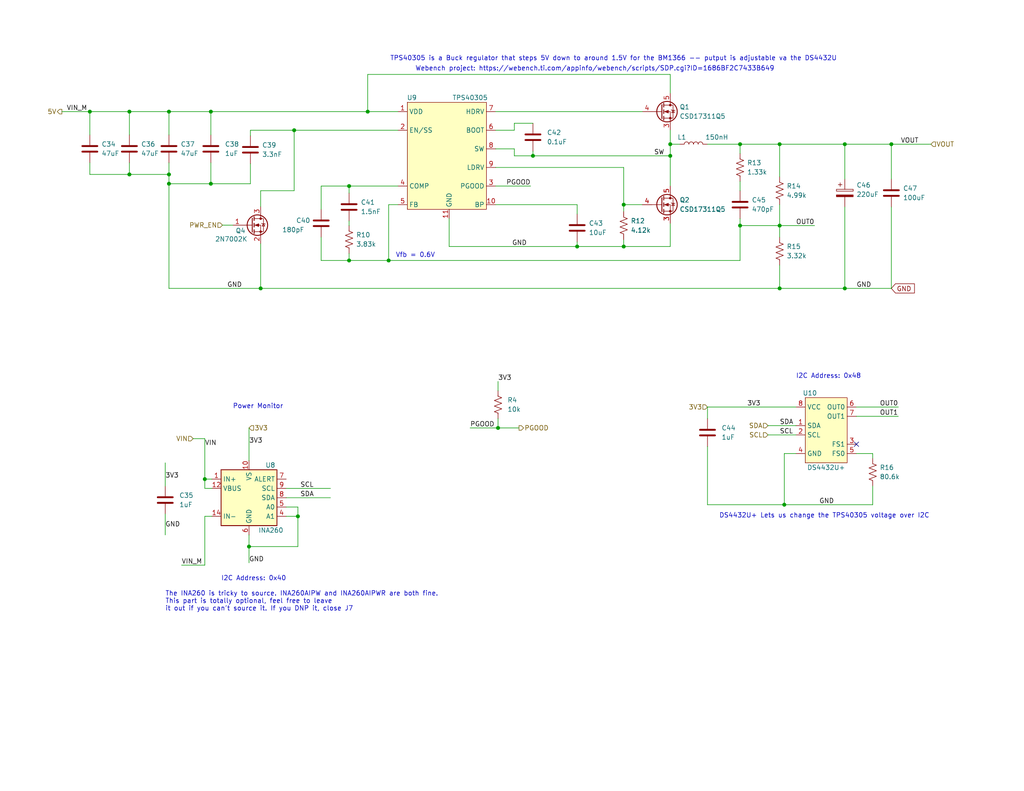
<source format=kicad_sch>
(kicad_sch (version 20231120) (generator "eeschema") (generator_version "8.0")
  (paper "A")
  (title_block (title "Bitaxe Ultra") (date "2024-06-19") (rev "206"))
  (lib_symbols
    (symbol "Device:C" (pin_numbers hide) (pin_names (offset 0.254))
      (property "Reference" "C" (at 0.635 2.54 0))
      (property "Value" "C" (at 0.635 -2.54 0))
      (symbol "C_0_1"
        (polyline (pts (xy -2.032 -0.762) (xy 2.032 -0.762)) (stroke (width 0.508)))
        (polyline (pts (xy -2.032 0.762) (xy 2.032 0.762)) (stroke (width 0.508)))
      )
      (symbol "C_1_1"
        (pin passive line (at 0 3.81 270) (length 2.794) (name "~") (number "1"))
        (pin passive line (at 0 -3.81 90) (length 2.794) (name "~") (number "2"))
      )
    )
    (symbol "Device:C_Polarized" (pin_numbers hide) (pin_names (offset 0.254))
      (property "Reference" "C" (at 0.635 2.54 0))
      (property "Value" "C_Polarized" (at 0.635 -2.54 0))
      (symbol "C_Polarized_0_1"
        (rectangle (start -2.286 0.508) (end 2.286 1.016))
        (polyline (pts (xy -1.778 2.286) (xy -0.762 2.286)))
        (polyline (pts (xy -1.27 2.794) (xy -1.27 1.778)))
        (rectangle (start 2.286 -0.508) (end -2.286 -1.016) (fill (type outline)))
      )
      (symbol "C_Polarized_1_1"
        (pin passive line (at 0 3.81 270) (length 2.794) (name "~") (number "1"))
        (pin passive line (at 0 -3.81 90) (length 2.794) (name "~") (number "2"))
      )
    )
    (symbol "Device:L" (pin_numbers hide) (pin_names (offset 1.016) hide)
      (property "Reference" "L" (at -1.27 0 90))
      (property "Value" "L" (at 1.905 0 90))
      (symbol "L_0_1"
        (arc (start 0 -2.54) (mid 0.6323 -1.905) (end 0 -1.27))
        (arc (start 0 -1.27) (mid 0.6323 -0.635) (end 0 0))
        (arc (start 0 0) (mid 0.6323 0.635) (end 0 1.27))
        (arc (start 0 1.27) (mid 0.6323 1.905) (end 0 2.54))
      )
      (symbol "L_1_1"
        (pin passive line (at 0 3.81 270) (length 1.27) (name "1") (number "1"))
        (pin passive line (at 0 -3.81 90) (length 1.27) (name "2") (number "2"))
      )
    )
    (symbol "Device:R_US" (pin_numbers hide) (pin_names (offset 0))
      (property "Reference" "R" (at 2.54 0 90))
      (property "Value" "R_US" (at -2.54 0 90))
      (symbol "R_US_0_1"
        (polyline (pts (xy 0 -2.286) (xy 0 -2.54)))
        (polyline (pts (xy 0 2.286) (xy 0 2.54)))
        (polyline (pts (xy 0 -0.762) (xy 1.016 -1.143) (xy 0 -1.524) (xy -1.016 -1.905) (xy 0 -2.286)))
        (polyline (pts (xy 0 0.762) (xy 1.016 0.381) (xy 0 0) (xy -1.016 -0.381) (xy 0 -0.762)))
        (polyline (pts (xy 0 2.286) (xy 1.016 1.905) (xy 0 1.524) (xy -1.016 1.143) (xy 0 0.762)))
      )
      (symbol "R_US_1_1"
        (pin passive line (at 0 3.81 270) (length 1.27) (name "~") (number "1"))
        (pin passive line (at 0 -3.81 90) (length 1.27) (name "~") (number "2"))
      )
    )
    (symbol "Sensor:INA260"
      (property "Reference" "U" (at -6.35 8.89 0))
      (property "Value" "INA260" (at 2.54 8.89 0))
      (symbol "INA260_0_1"
        (rectangle (start -7.62 7.62) (end 7.62 -7.62) (stroke (width 0.254)) (fill (type background)))
      )
      (symbol "INA260_1_1"
        (pin passive line (at -10.16 5.08 0) (length 2.54) (name "IN+") (number "1"))
        (pin power_in line (at 0 10.16 270) (length 2.54) (name "VS") (number "10"))
        (pin passive line (at 0 -10.16 90) (length 2.54) hide (name "GND") (number "11"))
        (pin passive line (at -10.16 2.54 0) (length 2.54) (name "VBUS") (number "12"))
        (pin no_connect line (at 2.54 -7.62 90) (length 2.54) hide (name "NC") (number "13"))
        (pin passive line (at -10.16 -5.08 0) (length 2.54) (name "IN-") (number "14"))
        (pin passive line (at -10.16 -5.08 0) (length 2.54) hide (name "IN-") (number "15"))
        (pin passive line (at -10.16 -5.08 0) (length 2.54) hide (name "IN-") (number "16"))
        (pin passive line (at -10.16 5.08 0) (length 2.54) hide (name "IN+") (number "2"))
        (pin passive line (at -10.16 5.08 0) (length 2.54) hide (name "IN+") (number "3"))
        (pin input line (at 10.16 -5.08 180) (length 2.54) (name "A1") (number "4"))
        (pin input line (at 10.16 -2.54 180) (length 2.54) (name "A0") (number "5"))
        (pin power_in line (at 0 -10.16 90) (length 2.54) (name "GND") (number "6"))
        (pin open_collector line (at 10.16 5.08 180) (length 2.54) (name "ALERT") (number "7"))
        (pin bidirectional line (at 10.16 0 180) (length 2.54) (name "SDA") (number "8"))
        (pin input line (at 10.16 2.54 180) (length 2.54) (name "SCL") (number "9"))
      )
    )
    (symbol "Transistor_FET:2N7002K" (pin_names hide)
      (property "Reference" "Q" (at 5.08 1.905 0))
      (property "Value" "2N7002K" (at 5.08 0 0))
      (symbol "2N7002K_0_1"
        (polyline (pts (xy 0.254 0) (xy -2.54 0)))
        (polyline (pts (xy 0.254 1.905) (xy 0.254 -1.905)) (stroke (width 0.254)))
        (polyline (pts (xy 0.762 -1.27) (xy 0.762 -2.286)) (stroke (width 0.254)))
        (polyline (pts (xy 0.762 0.508) (xy 0.762 -0.508)) (stroke (width 0.254)))
        (polyline (pts (xy 0.762 2.286) (xy 0.762 1.27)) (stroke (width 0.254)))
        (polyline (pts (xy 2.54 2.54) (xy 2.54 1.778)))
        (polyline (pts (xy 2.54 -2.54) (xy 2.54 0) (xy 0.762 0)))
        (polyline (pts (xy 0.762 -1.778) (xy 3.302 -1.778) (xy 3.302 1.778) (xy 0.762 1.778)))
        (polyline (pts (xy 1.016 0) (xy 2.032 0.381) (xy 2.032 -0.381) (xy 1.016 0)) (fill (type outline)))
        (polyline (pts (xy 2.794 0.508) (xy 2.921 0.381) (xy 3.683 0.381) (xy 3.81 0.254)))
        (polyline (pts (xy 3.302 0.381) (xy 2.921 -0.254) (xy 3.683 -0.254) (xy 3.302 0.381)))
        (circle (center 1.651 0) (radius 2.794) (stroke (width 0.254)))
        (circle (center 2.54 -1.778) (radius 0.254) (fill (type outline)))
        (circle (center 2.54 1.778) (radius 0.254) (fill (type outline)))
      )
      (symbol "2N7002K_1_1"
        (pin input line (at -5.08 0 0) (length 2.54) (name "G") (number "1"))
        (pin passive line (at 2.54 -5.08 90) (length 2.54) (name "S") (number "2"))
        (pin passive line (at 2.54 5.08 270) (length 2.54) (name "D") (number "3"))
      )
    )
    (symbol "bitaxe:DS4432U+"
      (property "Reference" "U10" (at -5.08 10.16 0))
      (property "Value" "DS4432U+" (at -0.635 -10.16 0))
      (symbol "DS4432U+_0_1"
        (rectangle (start -6.35 8.89) (end 5.08 -8.89) (stroke (width 0.1524)) (fill (type background)))
      )
      (symbol "DS4432U+_1_1"
        (pin input line (at -8.89 1.27 0) (length 2.54) (name "SDA") (number "1"))
        (pin input line (at -8.89 -1.27 0) (length 2.54) (name "SCL") (number "2"))
        (pin input line (at 7.62 -3.81 180) (length 2.54) (name "FS1") (number "3"))
        (pin power_in line (at -8.89 -6.35 0) (length 2.54) (name "GND") (number "4"))
        (pin input line (at 7.62 -6.35 180) (length 2.54) (name "FS0") (number "5"))
        (pin output line (at 7.62 6.35 180) (length 2.54) (name "OUT0") (number "6"))
        (pin output line (at 7.62 3.81 180) (length 2.54) (name "OUT1") (number "7"))
        (pin power_in line (at -8.89 6.35 0) (length 2.54) (name "VCC") (number "8"))
      )
    )
    (symbol "bitaxe:Q_NMOS_CSD17311Q5_1" (pin_names (offset 0) hide)
      (property "Reference" "Q1" (at 5.08 1.27 0))
      (property "Value" "CSD17311Q5" (at 5.08 -1.27 0))
      (symbol "Q_NMOS_CSD17311Q5_1_0_1"
        (polyline (pts (xy 0.254 0) (xy -2.54 0)))
        (polyline (pts (xy 0.254 1.905) (xy 0.254 -1.905)) (stroke (width 0.254)))
        (polyline (pts (xy 0.762 -1.27) (xy 0.762 -2.286)) (stroke (width 0.254)))
        (polyline (pts (xy 0.762 0.508) (xy 0.762 -0.508)) (stroke (width 0.254)))
        (polyline (pts (xy 0.762 2.286) (xy 0.762 1.27)) (stroke (width 0.254)))
        (polyline (pts (xy 2.54 2.54) (xy 2.54 1.778)))
        (polyline (pts (xy 2.54 -2.54) (xy 2.54 0) (xy 0.762 0)))
        (polyline (pts (xy 0.762 -1.778) (xy 3.302 -1.778) (xy 3.302 1.778) (xy 0.762 1.778)))
        (polyline (pts (xy 1.016 0) (xy 2.032 0.381) (xy 2.032 -0.381) (xy 1.016 0)) (fill (type outline)))
        (polyline (pts (xy 2.794 0.508) (xy 2.921 0.381) (xy 3.683 0.381) (xy 3.81 0.254)))
        (polyline (pts (xy 3.302 0.381) (xy 2.921 -0.254) (xy 3.683 -0.254) (xy 3.302 0.381)))
        (circle (center 1.651 0) (radius 2.794) (stroke (width 0.254)))
        (circle (center 2.54 -1.778) (radius 0.254) (fill (type outline)))
        (circle (center 2.54 1.778) (radius 0.254) (fill (type outline)))
      )
      (symbol "Q_NMOS_CSD17311Q5_1_1_1"
        (pin passive line (at 2.54 -5.08 90) (length 2.54) hide (name "") (number "1"))
        (pin passive line (at 2.54 -5.08 90) (length 2.54) hide (name "") (number "2"))
        (pin passive line (at 2.54 -5.08 90) (length 2.54) (name "S") (number "3"))
        (pin input line (at -5.08 0 0) (length 2.54) (name "G") (number "4"))
        (pin passive line (at 2.54 5.08 270) (length 2.54) (name "D") (number "5"))
      )
    )
    (symbol "bitaxe:TPS40305"
      (property "Reference" "U9" (at -10.16 16.51 0))
      (property "Value" "TPS40305" (at 5.715 16.51 0))
      (symbol "TPS40305_0_1"
        (rectangle (start -11.43 15.24) (end 10.16 -13.97) (stroke (width 0.1524)) (fill (type background)))
      )
      (symbol "TPS40305_1_1"
        (pin input line (at -13.97 12.7 0) (length 2.54) (name "VDD") (number "1"))
        (pin input line (at 12.7 -12.7 180) (length 2.54) (name "BP") (number "10"))
        (pin input line (at 0 -16.51 90) (length 2.54) (name "GND") (number "11"))
        (pin input line (at -13.97 7.62 0) (length 2.54) (name "EN/SS") (number "2"))
        (pin input line (at 12.7 -7.62 180) (length 2.54) (name "PGOOD") (number "3"))
        (pin input line (at -13.97 -7.62 0) (length 2.54) (name "COMP") (number "4"))
        (pin input line (at -13.97 -12.7 0) (length 2.54) (name "FB") (number "5"))
        (pin input line (at 12.7 7.62 180) (length 2.54) (name "BOOT") (number "6"))
        (pin input line (at 12.7 12.7 180) (length 2.54) (name "HDRV") (number "7"))
        (pin input line (at 12.7 2.54 180) (length 2.54) (name "SW") (number "8"))
        (pin input line (at 12.7 -2.54 180) (length 2.54) (name "LDRV") (number "9"))
      )
    )
  )
  (junction (at 135.89 116.84))
  (junction (at 46.101 50.165))
  (junction (at 201.93 61.595))
  (junction (at 46.101 47.625))
  (junction (at 213.995 137.795))
  (junction (at 24.511 30.48))
  (junction (at 145.415 42.545))
  (junction (at 182.88 42.545))
  (junction (at 212.725 78.74))
  (junction (at 95.25 50.8))
  (junction (at 182.88 39.37))
  (junction (at 170.18 55.88))
  (junction (at 230.505 78.74))
  (junction (at 212.725 39.37))
  (junction (at 35.306 47.625))
  (junction (at 57.531 30.48))
  (junction (at 100.33 30.48))
  (junction (at 106.045 71.12))
  (junction (at 67.945 149.225))
  (junction (at 35.306 30.48))
  (junction (at 230.505 39.37))
  (junction (at 212.725 61.595))
  (junction (at 81.28 140.97))
  (junction (at 157.48 67.31))
  (junction (at 46.101 30.48))
  (junction (at 57.531 50.165))
  (junction (at 243.205 39.37))
  (junction (at 80.264 35.56))
  (junction (at 55.88 130.81))
  (junction (at 201.93 39.37))
  (junction (at 95.25 71.12))
  (junction (at 71.12 78.74))
  (junction (at 170.18 67.31))
  (no_connect (at 233.68 121.285))
  (wire (pts (xy 243.205 39.37) (xy 230.505 39.37)))
  (wire (pts (xy 193.04 111.125) (xy 217.17 111.125)))
  (wire (pts (xy 60.706 61.468) (xy 63.5 61.468)))
  (wire (pts (xy 157.48 66.04) (xy 157.48 67.31)))
  (wire (pts (xy 24.511 30.48) (xy 35.306 30.48)))
  (wire (pts (xy 108.585 50.8) (xy 95.25 50.8)))
  (wire (pts (xy 182.88 35.56) (xy 182.88 39.37)))
  (wire (pts (xy 243.205 48.895) (xy 243.205 39.37)))
  (wire (pts (xy 170.18 55.88) (xy 175.26 55.88)))
  (wire (pts (xy 157.48 55.88) (xy 157.48 58.42)))
  (wire (pts (xy 67.945 116.84) (xy 67.945 125.73)))
  (wire (pts (xy 95.25 60.325) (xy 95.25 61.595)))
  (wire (pts (xy 57.531 44.45) (xy 57.531 50.165)))
  (wire (pts (xy 212.725 55.88) (xy 212.725 61.595)))
  (wire (pts (xy 170.18 45.72) (xy 170.18 55.88)))
  (wire (pts (xy 55.88 130.81) (xy 55.88 119.761)))
  (wire (pts (xy 35.306 44.45) (xy 35.306 47.625)))
  (wire (pts (xy 170.18 67.31) (xy 170.18 65.405)))
  (wire (pts (xy 233.68 113.665) (xy 245.11 113.665)))
  (wire (pts (xy 68.326 44.704) (xy 68.326 50.165)))
  (wire (pts (xy 182.88 20.32) (xy 100.33 20.32)))
  (wire (pts (xy 193.04 114.3) (xy 193.04 111.125)))
  (wire (pts (xy 201.93 39.37) (xy 201.93 41.91)))
  (wire (pts (xy 57.785 133.35) (xy 55.88 133.35)))
  (wire (pts (xy 35.306 47.625) (xy 46.101 47.625)))
  (wire (pts (xy 243.205 39.37) (xy 254 39.37)))
  (wire (pts (xy 55.88 140.97) (xy 55.88 154.305)))
  (wire (pts (xy 80.264 35.56) (xy 68.326 35.56)))
  (wire (pts (xy 128.27 116.84) (xy 135.89 116.84)))
  (wire (pts (xy 87.63 71.12) (xy 87.63 64.77)))
  (wire (pts (xy 87.63 50.8) (xy 87.63 57.15)))
  (wire (pts (xy 49.53 154.305) (xy 55.88 154.305)))
  (wire (pts (xy 209.55 116.205) (xy 217.17 116.205)))
  (wire (pts (xy 46.101 50.165) (xy 57.531 50.165)))
  (wire (pts (xy 78.105 138.43) (xy 81.28 138.43)))
  (wire (pts (xy 122.555 67.31) (xy 157.48 67.31)))
  (wire (pts (xy 81.28 149.225) (xy 67.945 149.225)))
  (wire (pts (xy 80.264 52.07) (xy 80.264 35.56)))
  (wire (pts (xy 213.995 123.825) (xy 217.17 123.825)))
  (wire (pts (xy 46.101 78.74) (xy 71.12 78.74)))
  (wire (pts (xy 201.93 49.53) (xy 201.93 52.07)))
  (wire (pts (xy 57.785 130.81) (xy 55.88 130.81)))
  (wire (pts (xy 57.531 30.48) (xy 57.531 36.83)))
  (wire (pts (xy 95.25 69.215) (xy 95.25 71.12)))
  (wire (pts (xy 212.725 72.39) (xy 212.725 78.74)))
  (wire (pts (xy 157.48 67.31) (xy 170.18 67.31)))
  (wire (pts (xy 238.125 132.715) (xy 238.125 137.795)))
  (wire (pts (xy 230.505 39.37) (xy 230.505 48.895)))
  (wire (pts (xy 212.725 61.595) (xy 212.725 64.77)))
  (wire (pts (xy 140.335 40.64) (xy 140.335 42.545)))
  (wire (pts (xy 71.12 52.07) (xy 80.264 52.07)))
  (wire (pts (xy 182.88 60.96) (xy 182.88 67.31)))
  (wire (pts (xy 81.28 138.43) (xy 81.28 140.97)))
  (wire (pts (xy 135.255 45.72) (xy 170.18 45.72)))
  (wire (pts (xy 135.255 40.64) (xy 140.335 40.64)))
  (wire (pts (xy 24.511 47.625) (xy 35.306 47.625)))
  (wire (pts (xy 233.68 111.125) (xy 245.11 111.125)))
  (wire (pts (xy 24.511 36.83) (xy 24.511 30.48)))
  (wire (pts (xy 230.505 56.515) (xy 230.505 78.74)))
  (wire (pts (xy 46.101 30.48) (xy 46.101 36.83)))
  (wire (pts (xy 35.306 30.48) (xy 46.101 30.48)))
  (wire (pts (xy 213.995 137.795) (xy 213.995 123.825)))
  (wire (pts (xy 45.085 140.335) (xy 45.085 146.05)))
  (wire (pts (xy 140.335 42.545) (xy 145.415 42.545)))
  (wire (pts (xy 230.505 39.37) (xy 212.725 39.37)))
  (wire (pts (xy 100.33 20.32) (xy 100.33 30.48)))
  (wire (pts (xy 182.88 67.31) (xy 170.18 67.31)))
  (wire (pts (xy 67.945 149.225) (xy 67.945 153.67)))
  (wire (pts (xy 233.68 123.825) (xy 238.125 123.825)))
  (wire (pts (xy 135.89 116.84) (xy 141.605 116.84)))
  (wire (pts (xy 170.18 55.88) (xy 170.18 57.785)))
  (wire (pts (xy 182.88 42.545) (xy 182.88 50.8)))
  (wire (pts (xy 95.25 71.12) (xy 87.63 71.12)))
  (wire (pts (xy 46.101 30.48) (xy 57.531 30.48)))
  (wire (pts (xy 230.505 78.74) (xy 243.205 78.74)))
  (wire (pts (xy 193.04 137.795) (xy 213.995 137.795)))
  (wire (pts (xy 78.105 140.97) (xy 81.28 140.97)))
  (wire (pts (xy 67.945 146.05) (xy 67.945 149.225)))
  (wire (pts (xy 135.255 50.8) (xy 144.78 50.8)))
  (wire (pts (xy 106.045 71.12) (xy 95.25 71.12)))
  (wire (pts (xy 35.306 30.48) (xy 35.306 36.83)))
  (wire (pts (xy 135.89 114.3) (xy 135.89 116.84)))
  (wire (pts (xy 71.12 66.548) (xy 71.12 78.74)))
  (wire (pts (xy 46.101 47.625) (xy 46.101 50.165)))
  (wire (pts (xy 145.415 42.545) (xy 182.88 42.545)))
  (wire (pts (xy 182.88 25.4) (xy 182.88 20.32)))
  (wire (pts (xy 46.101 50.165) (xy 46.101 78.74)))
  (wire (pts (xy 24.511 44.45) (xy 24.511 47.625)))
  (wire (pts (xy 46.101 44.45) (xy 46.101 47.625)))
  (wire (pts (xy 122.555 59.69) (xy 122.555 67.31)))
  (wire (pts (xy 212.725 61.595) (xy 222.25 61.595)))
  (wire (pts (xy 212.725 78.74) (xy 230.505 78.74)))
  (wire (pts (xy 193.04 39.37) (xy 201.93 39.37)))
  (wire (pts (xy 209.55 118.745) (xy 217.17 118.745)))
  (wire (pts (xy 108.585 55.88) (xy 106.045 55.88)))
  (wire (pts (xy 108.585 35.56) (xy 80.264 35.56)))
  (wire (pts (xy 57.785 140.97) (xy 55.88 140.97)))
  (wire (pts (xy 201.93 39.37) (xy 212.725 39.37)))
  (wire (pts (xy 135.255 55.88) (xy 157.48 55.88)))
  (wire (pts (xy 140.335 35.56) (xy 140.335 33.655)))
  (wire (pts (xy 201.93 59.69) (xy 201.93 61.595)))
  (wire (pts (xy 243.205 56.515) (xy 243.205 78.74)))
  (wire (pts (xy 201.93 71.12) (xy 106.045 71.12)))
  (wire (pts (xy 71.12 52.07) (xy 71.12 56.388)))
  (wire (pts (xy 95.25 50.8) (xy 87.63 50.8)))
  (wire (pts (xy 57.531 30.48) (xy 100.33 30.48)))
  (wire (pts (xy 140.335 33.655) (xy 145.415 33.655)))
  (wire (pts (xy 145.415 41.275) (xy 145.415 42.545)))
  (wire (pts (xy 45.085 126.365) (xy 45.085 132.715)))
  (wire (pts (xy 135.255 30.48) (xy 175.26 30.48)))
  (wire (pts (xy 55.88 133.35) (xy 55.88 130.81)))
  (wire (pts (xy 100.33 30.48) (xy 108.585 30.48)))
  (wire (pts (xy 68.326 35.56) (xy 68.326 37.084)))
  (wire (pts (xy 212.725 39.37) (xy 212.725 48.26)))
  (wire (pts (xy 182.88 39.37) (xy 185.42 39.37)))
  (wire (pts (xy 135.89 104.14) (xy 135.89 106.68)))
  (wire (pts (xy 238.125 123.825) (xy 238.125 125.095)))
  (wire (pts (xy 201.93 61.595) (xy 201.93 71.12)))
  (wire (pts (xy 135.255 35.56) (xy 140.335 35.56)))
  (wire (pts (xy 78.105 133.35) (xy 90.17 133.35)))
  (wire (pts (xy 81.28 140.97) (xy 81.28 149.225)))
  (wire (pts (xy 106.045 55.88) (xy 106.045 71.12)))
  (wire (pts (xy 182.88 39.37) (xy 182.88 42.545)))
  (wire (pts (xy 238.125 137.795) (xy 213.995 137.795)))
  (wire (pts (xy 193.04 121.92) (xy 193.04 137.795)))
  (wire (pts (xy 52.705 119.761) (xy 55.88 119.761)))
  (wire (pts (xy 16.891 30.48) (xy 24.511 30.48)))
  (wire (pts (xy 78.105 135.89) (xy 90.17 135.89)))
  (wire (pts (xy 57.531 50.165) (xy 68.326 50.165)))
  (wire (pts (xy 201.93 61.595) (xy 212.725 61.595)))
  (wire (pts (xy 71.12 78.74) (xy 212.725 78.74)))
  (wire (pts (xy 95.25 50.8) (xy 95.25 52.705)))
  (text "DS4432U+ Lets us change the TPS40305 voltage over I2C" (at 196.215 141.605 0) (effects (font (size 1.27 1.27)) (justify left bottom)))
  (text "I2C Address: 0x48" (at 217.17 103.505 0) (effects (font (size 1.27 1.27)) (justify left bottom)))
  (text "The INA260 is tricky to source. INA260AIPW and INA260AIPWR are both fine.\nThis part is totally optional, feel free to leave \nit out if you can't source it. If you DNP it, close J7" (at 45.085 167.005 0) (effects (font (size 1.27 1.27)) (justify left bottom)))
  (text "Power Monitor" (at 63.5 111.76 0) (effects (font (size 1.27 1.27)) (justify left bottom)))
  (text "TPS40305 is a Buck regulator that steps 5V down to around 1.5V for the BM1366 -- putput is adjustable va the DS4432U" (at 106.426 16.764 0) (effects (font (size 1.27 1.27)) (justify left bottom)))
  (text "I2C Address: 0x40" (at 60.325 158.75 0) (effects (font (size 1.27 1.27)) (justify left bottom)))
  (text "Vfb = 0.6V" (at 107.95 70.485 0) (effects (font (size 1.27 1.27)) (justify left bottom)))
  (text "Webench project: https://webench.ti.com/appinfo/webench/scripts/SDP.cgi?ID=1686BF2C7433B649" (at 113.284 19.558 0) (effects (font (size 1.27 1.27)) (justify left bottom)))
  (label "3V3" (at 203.835 111.125 0))
  (label "SDA" (at 212.725 116.205 0))
  (label "VIN_M" (at 18.161 30.48 0))
  (label "GND" (at 233.68 78.74 0))
  (label "VIN_M" (at 49.53 154.305 0))
  (label "GND" (at 61.976 78.74 0))
  (label "GND" (at 67.945 153.67 0))
  (label "3V3" (at 67.945 121.285 0))
  (label "PGOOD" (at 144.78 50.8 180))
  (label "GND" (at 45.085 144.145 0))
  (label "SCL" (at 81.915 133.35 0))
  (label "VOUT" (at 245.745 39.37 0))
  (label "3V3" (at 45.085 130.81 0))
  (label "OUT1" (at 240.03 113.665 0))
  (label "SCL" (at 212.725 118.745 0))
  (label "SDA" (at 81.915 135.89 0))
  (label "OUT0" (at 217.17 61.595 0))
  (label "OUT0" (at 240.03 111.125 0))
  (label "GND" (at 223.52 137.795 0))
  (label "3V3" (at 135.89 104.14 0))
  (label "PGOOD" (at 128.27 116.84 0))
  (label "SW" (at 178.435 42.545 0))
  (label "GND" (at 139.7 67.31 0))
  (label "VIN" (at 55.88 121.92 0))
  (global_label "GND" (shape input) (at 243.205 78.74 0) (property "Intersheetrefs" "${INTERSHEET_REFS}" (effects (hide yes))))
  (hierarchical_label "SDA" (shape input) (at 209.55 116.205 180))
  (hierarchical_label "5V" (shape output) (at 16.891 30.48 180))
  (hierarchical_label "SCL" (shape input) (at 209.55 118.745 180))
  (hierarchical_label "3V3" (shape input) (at 67.945 116.84 0))
  (hierarchical_label "VOUT" (shape input) (at 254 39.37 0))
  (hierarchical_label "VIN" (shape input) (at 52.705 119.761 180))
  (hierarchical_label "PWR_EN" (shape input) (at 60.706 61.468 180))
  (hierarchical_label "3V3" (shape input) (at 193.04 111.125 180))
  (hierarchical_label "PGOOD" (shape output) (at 141.605 116.84 0))
  (symbol (lib_id "Device:C") (at 157.48 62.23 0) (unit 1)
    (property "Reference" "C43" (at 160.655 60.9599 0) (effects (justify left)))
    (property "Value" "10uF" (at 160.655 63.4999 0) (effects (justify left)))
    (property "Footprint" "Capacitor_SMD:C_0805_2012Metric" (effects (hide yes)))
    (property "DK" "1276-1096-1-ND" (effects (hide yes)))
    (property "PARTNO" "CL21A106KOQNNNE" (effects (hide yes)))
  )
  (symbol (lib_id "Device:R_US") (at 212.725 52.07 0) (unit 1)
    (property "Reference" "R14" (at 214.63 50.7999 0) (effects (justify left)))
    (property "Value" "4.99k" (at 214.63 53.3399 0) (effects (justify left)))
    (property "Footprint" "Resistor_SMD:R_0402_1005Metric" (effects (hide yes)))
    (property "DK" "311-4.99KLRCT-ND" (effects (hide yes)))
    (property "PARTNO" "RC0402FR-074K99L" (effects (hide yes)))
  )
  (symbol (lib_id "Device:C") (at 46.101 40.64 0) (unit 1)
    (property "Reference" "C37" (at 49.276 39.3699 0) (effects (justify left)))
    (property "Value" "47uF" (at 49.276 41.9099 0) (effects (justify left)))
    (property "Footprint" "Capacitor_SMD:C_1210_3225Metric" (effects (hide yes)))
    (property "DK" "490-6539-1-ND" (effects (hide yes)))
    (property "PARTNO" "GRM32ER61C476KE15L" (effects (hide yes)))
  )
  (symbol (lib_id "Device:C_Polarized") (at 230.505 52.705 0) (unit 1)
    (property "Reference" "C46" (at 233.68 50.5459 0) (effects (justify left)))
    (property "Value" "220uF" (at 233.68 53.0859 0) (effects (justify left)))
    (property "Footprint" "bitaxe:CAP_2R5TPE220MAFB" (effects (hide yes)))
    (property "Datasheet" "https://media.digikey.com/pdf/Data%20Sheets/Panasonic%20Capacitors%20PDFs/TPE_Series_POSCAP_Rev02_Oct_2017.pdf" (effects (hide yes)))
    (property "PARTNO" "2R5TPE220MAFB" (effects (hide yes)))
    (property "DK" "P16200CT-ND" (effects (hide yes)))
  )
  (symbol (lib_id "bitaxe:TPS40305") (at 122.555 43.18 0) (unit 1)
    (property "Reference" "U9" (at 112.395 26.67 0))
    (property "Value" "TPS40305" (at 128.27 26.67 0))
    (property "Footprint" "bitaxe:TPS40305" (effects (hide yes)))
    (property "Datasheet" "https://www.ti.com/lit/ds/symlink/tps40303.pdf" (effects (hide yes)))
    (property "DK" "296-37445-1-ND" (effects (hide yes)))
    (property "PARTNO" "TPS40305DRCR" (effects (hide yes)))
  )
  (symbol (lib_id "Sensor:INA260") (at 67.945 135.89 0) (unit 1)
    (property "Reference" "U8" (at 72.39 127 0) (effects (justify left)))
    (property "Value" "INA260" (at 70.485 144.78 0) (effects (justify left)))
    (property "Footprint" "Package_SO:TSSOP-16_4.4x5mm_P0.65mm" (effects (hide yes)))
    (property "Datasheet" "http://www.ti.com/lit/ds/symlink/ina260.pdf" (effects (hide yes)))
    (property "PARTNO" "INA260AIPW" (effects (hide yes)))
    (property "DK" "296-45218-5-ND" (effects (hide yes)))
  )
  (symbol (lib_id "Device:C") (at 24.511 40.64 0) (unit 1)
    (property "Reference" "C34" (at 27.686 39.3699 0) (effects (justify left)))
    (property "Value" "47uF" (at 27.686 41.9099 0) (effects (justify left)))
    (property "Footprint" "Capacitor_SMD:C_1210_3225Metric" (effects (hide yes)))
    (property "DK" "490-6539-1-ND" (effects (hide yes)))
    (property "PARTNO" "GRM32ER61C476KE15L" (effects (hide yes)))
  )
  (symbol (lib_id "bitaxe:Q_NMOS_CSD17311Q5_1") (at 180.34 55.88 0) (unit 1)
    (property "Reference" "Q2" (at 185.42 54.61 0) (effects (justify left)))
    (property "Value" "CSD17311Q5" (at 185.42 57.15 0) (effects (justify left)))
    (property "Footprint" "bitaxe:CSD17311Q5" (effects (hide yes)))
    (property "Datasheet" "https://www.ti.com/lit/ds/symlink/csd17311q5.pdf" (effects (hide yes)))
    (property "DK" "296-27625-1-ND" (effects (hide yes)))
    (property "PARTNO" "CSD17311Q5" (effects (hide yes)))
  )
  (symbol (lib_id "Device:C") (at 68.326 40.894 0) (unit 1)
    (property "Reference" "C39" (at 71.501 39.6239 0) (effects (justify left)))
    (property "Value" "3.3nF" (at 71.501 42.1639 0) (effects (justify left)))
    (property "Footprint" "Capacitor_SMD:C_0402_1005Metric" (effects (hide yes)))
    (property "DK" "1276-1552-1-ND" (effects (hide yes)))
    (property "PARTNO" "CL05B332KB5NNNC" (effects (hide yes)))
  )
  (symbol (lib_id "Device:C") (at 35.306 40.64 0) (unit 1)
    (property "Reference" "C36" (at 38.481 39.3699 0) (effects (justify left)))
    (property "Value" "47uF" (at 38.481 41.9099 0) (effects (justify left)))
    (property "Footprint" "Capacitor_SMD:C_1210_3225Metric" (effects (hide yes)))
    (property "DK" "490-6539-1-ND" (effects (hide yes)))
    (property "PARTNO" "GRM32ER61C476KE15L" (effects (hide yes)))
  )
  (symbol (lib_id "Device:C") (at 57.531 40.64 0) (unit 1)
    (property "Reference" "C38" (at 61.341 39.3699 0) (effects (justify left)))
    (property "Value" "1uF" (at 61.341 41.9099 0) (effects (justify left)))
    (property "Footprint" "Capacitor_SMD:C_0805_2012Metric" (effects (hide yes)))
    (property "DK" "1276-6471-1-ND" (effects (hide yes)))
    (property "PARTNO" "CL21B105KOFNNNG" (effects (hide yes)))
  )
  (symbol (lib_id "bitaxe:DS4432U+") (at 226.06 117.475 0) (unit 1)
    (property "Reference" "U10" (at 220.98 107.315 0))
    (property "Value" "DS4432U+" (at 225.425 127.635 0))
    (property "Footprint" "Package_SO:TSSOP-8_3x3mm_P0.65mm" (effects (hide yes)))
    (property "Datasheet" "https://datasheets.maximintegrated.com/en/ds/DS4432.pdf" (effects (hide yes)))
    (property "DK" "DS4432U+-ND" (effects (hide yes)))
    (property "PARTNO" "DS4432U+" (effects (hide yes)))
  )
  (symbol (lib_id "Device:C") (at 243.205 52.705 0) (unit 1)
    (property "Reference" "C47" (at 246.38 51.4349 0) (effects (justify left)))
    (property "Value" "100uF" (at 246.38 53.9749 0) (effects (justify left)))
    (property "Footprint" "Capacitor_SMD:C_1206_3216Metric" (effects (hide yes)))
    (property "PARTNO" "C3216X5R0J107M160AB" (effects (hide yes)))
    (property "DK" "445-6008-1-ND" (effects (hide yes)))
  )
  (symbol (lib_id "Device:C") (at 95.25 56.515 0) (unit 1)
    (property "Reference" "C41" (at 98.425 55.2449 0) (effects (justify left)))
    (property "Value" "1.5nF" (at 98.425 57.7849 0) (effects (justify left)))
    (property "Footprint" "Capacitor_SMD:C_0805_2012Metric" (effects (hide yes)))
    (property "DK" "311-1128-1-ND" (effects (hide yes)))
    (property "PARTNO" "CC0805KRX7R9BB152" (effects (hide yes)))
  )
  (symbol (lib_id "Device:R_US") (at 212.725 68.58 0) (unit 1)
    (property "Reference" "R15" (at 214.63 67.3099 0) (effects (justify left)))
    (property "Value" "3.32k" (at 214.63 69.8499 0) (effects (justify left)))
    (property "Footprint" "Resistor_SMD:R_0402_1005Metric" (effects (hide yes)))
    (property "DK" "311-3.32KLRCT-ND" (effects (hide yes)))
    (property "PARTNO" "RC0402FR-073K32L" (effects (hide yes)))
  )
  (symbol (lib_id "Device:C") (at 145.415 37.465 0) (unit 1)
    (property "Reference" "C42" (at 149.225 36.1949 0) (effects (justify left)))
    (property "Value" "0.1uF" (at 149.225 38.7349 0) (effects (justify left)))
    (property "Footprint" "Capacitor_SMD:C_0402_1005Metric" (effects (hide yes)))
    (property "DK" "478-KGM05AR71C104KHTR-ND" (effects (hide yes)))
    (property "PARTNO" "KGM05AR71C104KH" (effects (hide yes)))
  )
  (symbol (lib_id "Transistor_FET:2N7002K") (at 68.58 61.468 0) (unit 1)
    (property "Reference" "Q4" (at 64.262 62.992 0) (effects (justify left)))
    (property "Value" "2N7002K" (at 58.674 65.278 0) (effects (justify left)))
    (property "Footprint" "Package_TO_SOT_SMD:SOT-323_SC-70" (effects (hide yes)))
    (property "Datasheet" "https://www.diodes.com/assets/Datasheets/ds30896.pdf" (effects (hide yes)))
    (property "DK" "2N7002KWCT-ND" (effects (hide yes)))
    (property "PARTNO" "2N7002KW" (effects (hide yes)))
  )
  (symbol (lib_id "Device:R_US") (at 238.125 128.905 0) (unit 1)
    (property "Reference" "R16" (at 240.03 127.635 0) (effects (justify left)))
    (property "Value" "80.6k" (at 240.03 130.175 0) (effects (justify left)))
    (property "Footprint" "Resistor_SMD:R_0402_1005Metric" (effects (hide yes)))
    (property "DK" "311-80.6KLRCT-ND" (effects (hide yes)))
    (property "PARTNO" "RC0402FR-0780K6L" (effects (hide yes)))
  )
  (symbol (lib_id "Device:C") (at 193.04 118.11 0) (unit 1)
    (property "Reference" "C44" (at 196.85 116.8399 0) (effects (justify left)))
    (property "Value" "1uF" (at 196.85 119.3799 0) (effects (justify left)))
    (property "Footprint" "Capacitor_SMD:C_0402_1005Metric" (effects (hide yes)))
    (property "DK" "587-5514-1-ND" (effects (hide yes)))
    (property "PARTNO" "EMK105BJ105MV-F" (effects (hide yes)))
  )
  (symbol (lib_id "Device:R_US") (at 201.93 45.72 0) (unit 1)
    (property "Reference" "R13" (at 203.835 44.4499 0) (effects (justify left)))
    (property "Value" "1.33k" (at 203.835 46.9899 0) (effects (justify left)))
    (property "Footprint" "Resistor_SMD:R_0402_1005Metric" (effects (hide yes)))
    (property "DK" "311-1.33KLRCT-ND" (effects (hide yes)))
    (property "PARTNO" "RC0402FR-071K33L" (effects (hide yes)))
  )
  (symbol (lib_id "Device:R_US") (at 95.25 65.405 0) (unit 1)
    (property "Reference" "R10" (at 97.155 64.1349 0) (effects (justify left)))
    (property "Value" "3.83k" (at 97.155 66.6749 0) (effects (justify left)))
    (property "Footprint" "Resistor_SMD:R_0402_1005Metric" (effects (hide yes)))
    (property "DK" "311-3.83KLRCT-ND" (effects (hide yes)))
    (property "PARTNO" "RC0402FR-073K83L" (effects (hide yes)))
  )
  (symbol (lib_id "bitaxe:Q_NMOS_CSD17311Q5_1") (at 180.34 30.48 0) (unit 1)
    (property "Reference" "Q1" (at 185.42 29.21 0) (effects (justify left)))
    (property "Value" "CSD17311Q5" (at 185.42 31.75 0) (effects (justify left)))
    (property "Footprint" "bitaxe:CSD17311Q5" (effects (hide yes)))
    (property "Datasheet" "https://www.ti.com/lit/ds/symlink/csd17311q5.pdf" (effects (hide yes)))
    (property "DK" "296-27625-1-ND" (effects (hide yes)))
    (property "PARTNO" "CSD17311Q5" (effects (hide yes)))
  )
  (symbol (lib_id "Device:C") (at 201.93 55.88 0) (unit 1)
    (property "Reference" "C45" (at 205.105 54.6099 0) (effects (justify left)))
    (property "Value" "470pF" (at 205.105 57.1499 0) (effects (justify left)))
    (property "Footprint" "Capacitor_SMD:C_0805_2012Metric" (effects (hide yes)))
    (property "DK" "1292-1580-1-ND" (effects (hide yes)))
    (property "PARTNO" "0805B471K500CT" (effects (hide yes)))
  )
  (symbol (lib_id "Device:L") (at 189.23 39.37 90) (unit 1)
    (property "Reference" "L1" (at 186.055 37.465 90))
    (property "Value" "150nH" (at 195.58 37.465 90))
    (property "Footprint" "bitaxe:FP1005R1-R15-R" (effects (hide yes)))
    (property "Datasheet" "https://www.eaton.com/content/dam/eaton/products/electronic-components/resources/data-sheet/eaton-fp1005r-high-current-power-inductors-data-sheet.pdf" (effects (hide yes)))
    (property "PARTNO" "FP1005R1-R15-R" (effects (hide yes)))
    (property "DK" "513-1568-1-ND" (effects (hide yes)))
  )
  (symbol (lib_id "Device:R_US") (at 170.18 61.595 0) (unit 1)
    (property "Reference" "R12" (at 172.085 60.3249 0) (effects (justify left)))
    (property "Value" "4.12k" (at 172.085 62.8649 0) (effects (justify left)))
    (property "Footprint" "Resistor_SMD:R_0402_1005Metric" (effects (hide yes)))
    (property "DK" "RMCF0402FT4K12CT-ND" (effects (hide yes)))
    (property "PARTNO" "RMCF0402FT4K12" (effects (hide yes)))
  )
  (symbol (lib_id "Device:C") (at 45.085 136.525 0) (unit 1)
    (property "Reference" "C35" (at 48.895 135.2549 0) (effects (justify left)))
    (property "Value" "1uF" (at 48.895 137.7949 0) (effects (justify left)))
    (property "Footprint" "Capacitor_SMD:C_0402_1005Metric" (effects (hide yes)))
    (property "DK" "587-5514-1-ND" (effects (hide yes)))
    (property "PARTNO" "EMK105BJ105MV-F" (effects (hide yes)))
  )
  (symbol (lib_id "Device:C") (at 87.63 60.96 0) (unit 1)
    (property "Reference" "C40" (at 80.772 60.198 0) (effects (justify left)))
    (property "Value" "180pF" (at 76.962 62.738 0) (effects (justify left)))
    (property "Footprint" "Capacitor_SMD:C_0805_2012Metric" (effects (hide yes)))
    (property "DK" "311-1114-1-ND" (effects (hide yes)))
    (property "PARTNO" "CC0805JRNPO9BN181" (effects (hide yes)))
  )
  (symbol (lib_id "Device:R_US") (at 135.89 110.49 0) (unit 1)
    (property "Reference" "R4" (at 138.43 109.2199 0) (effects (justify left)))
    (property "Value" "10k" (at 138.43 111.7599 0) (effects (justify left)))
    (property "Footprint" "Resistor_SMD:R_0402_1005Metric" (effects (hide yes)))
    (property "DK" "311-10KJRCT-ND" (effects (hide yes)))
    (property "PARTNO" "RC0402JR-0710KL" (effects (hide yes)))
  )
)
</source>
